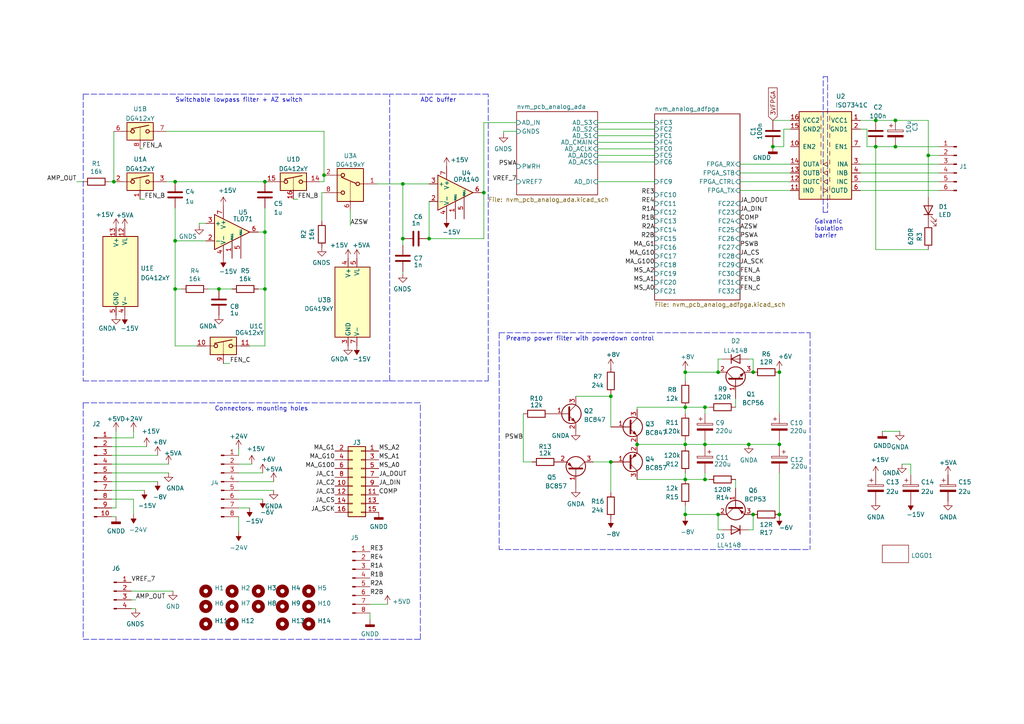
<source format=kicad_sch>
(kicad_sch (version 20211123) (generator eeschema)
  (paper "A4")
  (title_block (title "Nanovoltmeter - HOMER") (date "2022-05-14") (rev "2"))
  (junction (at 226.06 149.225))
  (junction (at 63.5 83.82))
  (junction (at 50.8 69.85))
  (junction (at 224.155 42.545))
  (junction (at 198.755 128.905))
  (junction (at 50.8 52.705))
  (junction (at 184.785 128.905))
  (junction (at 50.8 83.82))
  (junction (at 76.835 83.82))
  (junction (at 177.165 133.985))
  (junction (at 218.44 149.225))
  (junction (at 76.835 67.31))
  (junction (at 33.02 52.705))
  (junction (at 198.755 107.95))
  (junction (at 269.24 45.085))
  (junction (at 226.06 107.95))
  (junction (at 124.46 69.215))
  (junction (at 140.335 55.88))
  (junction (at 177.165 114.935))
  (junction (at 198.755 139.065))
  (junction (at 217.17 128.905))
  (junction (at 204.47 139.065))
  (junction (at 208.28 107.95))
  (junction (at 116.84 53.34))
  (junction (at 93.98 50.8))
  (junction (at 76.835 52.705))
  (junction (at 218.44 107.95))
  (junction (at 116.84 69.215))
  (junction (at 259.715 34.925))
  (junction (at 254 34.925))
  (junction (at 254 42.545))
  (junction (at 208.28 149.225))
  (junction (at 204.47 118.11))
  (junction (at 198.755 118.11))
  (junction (at 259.715 42.545))
  (junction (at 198.755 149.225))
  (junction (at 204.47 128.905))
  (junction (at 226.06 128.905))
  (wire (pts (xy 59.69 69.85) (xy 50.8 69.85)))
  (wire (pts (xy 76.835 100.33) (xy 72.39 100.33)))
  (wire (pts (xy 214.63 52.705) (xy 229.235 52.705)))
  (wire (pts (xy 33.02 38.1) (xy 33.02 52.705)))
  (wire (pts (xy 269.24 34.925) (xy 269.24 45.085)))
  (wire (pts (xy 198.755 107.315) (xy 198.755 107.95)))
  (wire (pts (xy 38.735 125.095) (xy 38.735 127)))
  (polyline (pts (xy 113.03 110.49) (xy 141.605 110.49)))
  (wire (pts (xy 198.755 107.95) (xy 198.755 110.49)))
  (wire (pts (xy 227.33 37.465) (xy 229.235 37.465)))
  (wire (pts (xy 198.755 128.905) (xy 204.47 128.905)))
  (wire (pts (xy 184.785 128.905) (xy 198.755 128.905)))
  (wire (pts (xy 227.33 42.545) (xy 227.33 37.465)))
  (wire (pts (xy 173.355 41.275) (xy 189.865 41.275)))
  (polyline (pts (xy 230.505 159.385) (xy 144.78 159.385)))
  (wire (pts (xy 214.63 50.165) (xy 229.235 50.165)))
  (wire (pts (xy 198.755 128.905) (xy 198.755 129.54)))
  (wire (pts (xy 93.345 55.88) (xy 93.98 55.88)))
  (wire (pts (xy 204.47 128.905) (xy 217.17 128.905)))
  (wire (pts (xy 48.26 52.705) (xy 50.8 52.705)))
  (wire (pts (xy 140.335 69.215) (xy 140.335 55.88)))
  (wire (pts (xy 226.06 149.225) (xy 226.06 149.86)))
  (wire (pts (xy 184.785 118.11) (xy 184.785 118.745)))
  (wire (pts (xy 109.22 53.34) (xy 116.84 53.34)))
  (wire (pts (xy 38.735 144.78) (xy 38.735 149.225)))
  (wire (pts (xy 204.47 118.11) (xy 205.74 118.11)))
  (wire (pts (xy 32.385 149.86) (xy 33.655 149.86)))
  (wire (pts (xy 251.46 37.465) (xy 251.46 42.545)))
  (wire (pts (xy 32.385 129.54) (xy 42.545 129.54)))
  (wire (pts (xy 208.28 153.67) (xy 208.28 149.225)))
  (wire (pts (xy 76.835 67.31) (xy 76.835 60.325)))
  (wire (pts (xy 33.655 147.32) (xy 33.655 125.095)))
  (wire (pts (xy 124.46 58.42) (xy 124.46 69.215)))
  (wire (pts (xy 76.835 52.705) (xy 77.47 52.705)))
  (wire (pts (xy 173.355 37.465) (xy 189.865 37.465)))
  (wire (pts (xy 39.37 173.99) (xy 38.1 173.99)))
  (wire (pts (xy 208.28 104.14) (xy 208.28 107.95)))
  (wire (pts (xy 172.085 133.985) (xy 177.165 133.985)))
  (polyline (pts (xy 240.03 22.225) (xy 240.03 61.595)))
  (wire (pts (xy 177.165 114.3) (xy 177.165 114.935)))
  (wire (pts (xy 173.355 39.37) (xy 189.865 39.37)))
  (wire (pts (xy 124.46 69.215) (xy 140.335 69.215)))
  (wire (pts (xy 64.77 105.41) (xy 66.675 105.41)))
  (wire (pts (xy 50.8 83.82) (xy 52.705 83.82)))
  (wire (pts (xy 22.225 52.705) (xy 24.13 52.705)))
  (wire (pts (xy 173.355 43.18) (xy 189.865 43.18)))
  (wire (pts (xy 198.755 149.225) (xy 198.755 146.685)))
  (wire (pts (xy 269.24 72.39) (xy 254 72.39)))
  (wire (pts (xy 198.755 127.635) (xy 198.755 128.905)))
  (wire (pts (xy 173.355 52.705) (xy 189.865 52.705)))
  (polyline (pts (xy 144.78 96.52) (xy 234.95 96.52)))
  (wire (pts (xy 204.47 139.065) (xy 205.74 139.065)))
  (wire (pts (xy 249.555 50.165) (xy 272.415 50.165)))
  (wire (pts (xy 72.39 147.32) (xy 69.215 147.32)))
  (polyline (pts (xy 141.605 110.49) (xy 141.605 27.305)))
  (wire (pts (xy 198.755 139.065) (xy 198.755 137.16)))
  (wire (pts (xy 39.37 176.53) (xy 38.1 176.53)))
  (wire (pts (xy 76.835 83.82) (xy 76.835 100.33)))
  (wire (pts (xy 32.385 132.08) (xy 45.72 132.08)))
  (wire (pts (xy 264.16 134.62) (xy 264.16 137.795)))
  (wire (pts (xy 204.47 118.11) (xy 204.47 120.015)))
  (wire (pts (xy 213.36 141.605) (xy 213.36 139.065)))
  (polyline (pts (xy 24.13 27.305) (xy 113.03 27.305)))
  (wire (pts (xy 198.755 118.11) (xy 198.755 120.015)))
  (wire (pts (xy 249.555 52.705) (xy 272.415 52.705)))
  (wire (pts (xy 254 72.39) (xy 254 42.545)))
  (wire (pts (xy 209.55 153.67) (xy 208.28 153.67)))
  (wire (pts (xy 116.84 79.375) (xy 116.84 78.74)))
  (wire (pts (xy 60.325 83.82) (xy 63.5 83.82)))
  (wire (pts (xy 249.555 55.245) (xy 272.415 55.245)))
  (wire (pts (xy 149.86 38.1) (xy 146.05 38.1)))
  (wire (pts (xy 48.26 38.1) (xy 93.98 38.1)))
  (polyline (pts (xy 24.13 27.305) (xy 24.13 110.49)))
  (wire (pts (xy 32.385 142.24) (xy 41.91 142.24)))
  (wire (pts (xy 204.47 128.905) (xy 204.47 129.54)))
  (wire (pts (xy 269.24 45.085) (xy 272.415 45.085)))
  (wire (pts (xy 173.355 45.085) (xy 189.865 45.085)))
  (wire (pts (xy 107.315 177.8) (xy 107.315 179.705)))
  (polyline (pts (xy 24.13 185.42) (xy 121.92 185.42)))
  (wire (pts (xy 261.62 134.62) (xy 264.16 134.62)))
  (wire (pts (xy 79.375 142.24) (xy 69.215 142.24)))
  (wire (pts (xy 208.28 107.95) (xy 198.755 107.95)))
  (wire (pts (xy 249.555 47.625) (xy 272.415 47.625)))
  (wire (pts (xy 214.63 55.245) (xy 229.235 55.245)))
  (wire (pts (xy 50.8 69.85) (xy 50.8 60.325)))
  (wire (pts (xy 57.15 100.33) (xy 50.8 100.33)))
  (wire (pts (xy 214.63 47.625) (xy 229.235 47.625)))
  (wire (pts (xy 107.315 175.26) (xy 112.395 175.26)))
  (wire (pts (xy 40.64 43.18) (xy 41.275 43.18)))
  (wire (pts (xy 63.5 83.82) (xy 67.31 83.82)))
  (wire (pts (xy 217.17 128.905) (xy 226.06 128.905)))
  (wire (pts (xy 204.47 127.635) (xy 204.47 128.905)))
  (wire (pts (xy 73.025 134.62) (xy 69.215 134.62)))
  (wire (pts (xy 218.44 104.14) (xy 217.17 104.14)))
  (wire (pts (xy 218.44 153.67) (xy 218.44 149.225)))
  (wire (pts (xy 217.17 153.67) (xy 218.44 153.67)))
  (wire (pts (xy 151.765 133.985) (xy 151.765 120.015)))
  (wire (pts (xy 74.93 83.82) (xy 76.835 83.82)))
  (polyline (pts (xy 144.78 96.52) (xy 144.78 159.385)))
  (wire (pts (xy 32.385 127) (xy 38.735 127)))
  (wire (pts (xy 69.215 149.86) (xy 69.215 154.305)))
  (wire (pts (xy 92.71 52.705) (xy 93.98 52.705)))
  (wire (pts (xy 32.385 144.78) (xy 38.735 144.78)))
  (wire (pts (xy 173.355 46.99) (xy 189.865 46.99)))
  (wire (pts (xy 69.215 130.175) (xy 69.215 132.08)))
  (wire (pts (xy 32.385 147.32) (xy 33.655 147.32)))
  (wire (pts (xy 146.05 38.1) (xy 146.05 38.735)))
  (wire (pts (xy 213.36 115.57) (xy 213.36 118.11)))
  (wire (pts (xy 154.305 133.985) (xy 151.765 133.985)))
  (wire (pts (xy 204.47 139.065) (xy 204.47 137.16)))
  (wire (pts (xy 177.165 114.935) (xy 177.165 123.825)))
  (wire (pts (xy 255.905 125.095) (xy 260.985 125.095)))
  (wire (pts (xy 57.785 64.77) (xy 57.785 65.405)))
  (wire (pts (xy 198.755 118.11) (xy 184.785 118.11)))
  (wire (pts (xy 218.44 107.95) (xy 218.44 104.14)))
  (wire (pts (xy 32.385 139.7) (xy 45.72 139.7)))
  (wire (pts (xy 249.555 37.465) (xy 251.46 37.465)))
  (wire (pts (xy 226.06 127.635) (xy 226.06 128.905)))
  (wire (pts (xy 76.2 137.16) (xy 69.215 137.16)))
  (wire (pts (xy 74.93 67.31) (xy 76.835 67.31)))
  (polyline (pts (xy 24.13 110.49) (xy 113.03 110.49)))
  (wire (pts (xy 173.355 35.56) (xy 189.865 35.56)))
  (wire (pts (xy 59.69 64.77) (xy 57.785 64.77)))
  (wire (pts (xy 249.555 34.925) (xy 254 34.925)))
  (wire (pts (xy 50.165 171.45) (xy 38.1 171.45)))
  (wire (pts (xy 140.335 55.88) (xy 139.7 55.88)))
  (wire (pts (xy 93.98 38.1) (xy 93.98 50.8)))
  (wire (pts (xy 116.84 53.34) (xy 124.46 53.34)))
  (wire (pts (xy 93.345 64.135) (xy 93.345 55.88)))
  (wire (pts (xy 208.28 149.225) (xy 198.755 149.225)))
  (wire (pts (xy 31.75 52.705) (xy 33.02 52.705)))
  (wire (pts (xy 184.785 139.065) (xy 198.755 139.065)))
  (wire (pts (xy 50.8 100.33) (xy 50.8 83.82)))
  (wire (pts (xy 209.55 104.14) (xy 208.28 104.14)))
  (wire (pts (xy 226.06 107.315) (xy 226.06 107.95)))
  (polyline (pts (xy 230.505 159.385) (xy 234.95 159.385)))
  (polyline (pts (xy 24.13 116.84) (xy 121.92 116.84)))
  (wire (pts (xy 226.06 107.95) (xy 226.06 120.015)))
  (wire (pts (xy 198.755 139.065) (xy 204.47 139.065)))
  (polyline (pts (xy 141.605 27.305) (xy 113.03 27.305)))
  (wire (pts (xy 50.8 83.82) (xy 50.8 69.85)))
  (wire (pts (xy 198.755 149.86) (xy 198.755 149.225)))
  (polyline (pts (xy 238.76 61.595) (xy 238.76 22.225)))
  (polyline (pts (xy 238.76 22.225) (xy 240.03 22.225)))
  (wire (pts (xy 224.155 34.925) (xy 229.235 34.925)))
  (wire (pts (xy 32.385 134.62) (xy 48.895 134.62)))
  (polyline (pts (xy 234.95 96.52) (xy 234.95 159.385)))
  (polyline (pts (xy 113.03 110.49) (xy 113.03 27.305)))
  (wire (pts (xy 79.375 139.7) (xy 69.215 139.7)))
  (wire (pts (xy 32.385 137.16) (xy 48.895 137.16)))
  (wire (pts (xy 224.155 42.545) (xy 227.33 42.545)))
  (wire (pts (xy 198.755 118.11) (xy 204.47 118.11)))
  (wire (pts (xy 254 34.925) (xy 259.715 34.925)))
  (wire (pts (xy 76.2 144.78) (xy 69.215 144.78)))
  (wire (pts (xy 167.005 114.935) (xy 177.165 114.935)))
  (wire (pts (xy 101.6 60.96) (xy 101.6 65.405)))
  (wire (pts (xy 251.46 42.545) (xy 254 42.545)))
  (wire (pts (xy 269.24 57.15) (xy 269.24 45.085)))
  (wire (pts (xy 226.06 149.225) (xy 226.06 137.16)))
  (wire (pts (xy 85.09 57.785) (xy 86.36 57.785)))
  (wire (pts (xy 116.84 69.215) (xy 116.84 71.12)))
  (polyline (pts (xy 24.13 116.84) (xy 24.13 185.42)))
  (polyline (pts (xy 121.92 185.42) (xy 121.92 116.84)))
  (wire (pts (xy 50.8 52.705) (xy 76.835 52.705)))
  (wire (pts (xy 40.64 57.785) (xy 41.91 57.785)))
  (wire (pts (xy 226.06 128.905) (xy 226.06 129.54)))
  (wire (pts (xy 116.84 53.34) (xy 116.84 69.215)))
  (wire (pts (xy 259.715 34.925) (xy 269.24 34.925)))
  (wire (pts (xy 254 42.545) (xy 259.715 42.545)))
  (wire (pts (xy 259.715 42.545) (xy 272.415 42.545)))
  (polyline (pts (xy 240.03 61.595) (xy 238.76 61.595)))
  (wire (pts (xy 93.98 50.8) (xy 93.98 52.705)))
  (wire (pts (xy 140.335 35.56) (xy 140.335 55.88)))
  (wire (pts (xy 177.165 142.875) (xy 177.165 133.985)))
  (wire (pts (xy 76.835 67.31) (xy 76.835 83.82)))
  (wire (pts (xy 140.335 35.56) (xy 149.86 35.56)))
  (text "Galvanic \nisolation\nbarrier" (at 236.22 69.215 0) (effects (font (size 1.27 1.27)) (justify left bottom)))
  (text "Preamp power filter with powerdown control" (at 146.685 99.06 0) (effects (font (size 1.27 1.27)) (justify left bottom)))
  (text "Switchable lowpass filter + AZ switch" (at 50.8 29.845 0) (effects (font (size 1.27 1.27)) (justify left bottom)))
  (text "Connectors, mounting holes" (at 62.23 119.38 0) (effects (font (size 1.27 1.27)) (justify left bottom)))
  (text "ADC buffer" (at 121.92 29.845 0) (effects (font (size 1.27 1.27)) (justify left bottom)))
  (label "R1A" (at 189.865 61.595 180))
  (label "R2A" (at 107.315 170.18 0))
  (label "MS_A2" (at 189.865 79.375 180))
  (label "FEN_B" (at 41.91 57.785 0))
  (label "R2B" (at 189.865 69.215 180))
  (label "FEN_A" (at 41.275 43.18 0))
  (label "JA_SCK" (at 97.155 148.59 180))
  (label "MS_A2" (at 109.855 130.81 0))
  (label "MA_G1" (at 189.865 71.755 180))
  (label "PSWA" (at 149.86 48.26 180))
  (label "RE3" (at 189.865 56.515 180))
  (label "FEN_C" (at 66.675 105.41 0))
  (label "JA_DIN" (at 109.855 140.97 0))
  (label "MS_A0" (at 109.855 135.89 0))
  (label "PSWB" (at 151.765 127.635 180))
  (label "R2A" (at 189.865 66.675 180))
  (label "FEN_B" (at 86.36 57.785 0))
  (label "PSWB" (at 214.63 71.755 0))
  (label "JA_DOUT" (at 214.63 59.055 0))
  (label "R1A" (at 107.315 165.1 0))
  (label "FEN_A" (at 214.63 79.375 0))
  (label "RE4" (at 189.865 59.055 180))
  (label "VREF_7" (at 38.1 168.91 0))
  (label "MS_A1" (at 189.865 81.915 180))
  (label "MA_G100" (at 189.865 76.835 180))
  (label "MS_A1" (at 109.855 133.35 0))
  (label "JA_C3" (at 97.155 143.51 180))
  (label "R2B" (at 107.315 172.72 0))
  (label "FEN_C" (at 214.63 84.455 0))
  (label "COMP" (at 214.63 64.135 0))
  (label "MA_G100" (at 97.155 135.89 180))
  (label "JA_CS" (at 214.63 74.295 0))
  (label "JA_DIN" (at 214.63 61.595 0))
  (label "AMP_OUT" (at 22.225 52.705 180))
  (label "COMP" (at 109.855 143.51 0))
  (label "JA_SCK" (at 214.63 76.835 0))
  (label "R1B" (at 107.315 167.64 0))
  (label "MA_G10" (at 189.865 74.295 180))
  (label "MA_G1" (at 97.155 130.81 180))
  (label "JA_DOUT" (at 109.855 138.43 0))
  (label "JA_C2" (at 97.155 140.97 180))
  (label "VREF_7" (at 149.86 52.705 180))
  (label "R1B" (at 189.865 64.135 180))
  (label "RE3" (at 107.315 160.02 0))
  (label "AZSW" (at 214.63 66.675 0))
  (label "RE4" (at 107.315 162.56 0))
  (label "JA_CS" (at 97.155 146.05 180))
  (label "AMP_OUT" (at 39.37 173.99 0))
  (label "AZSW" (at 101.6 65.405 0))
  (label "JA_C1" (at 97.155 138.43 180))
  (label "FEN_B" (at 214.63 81.915 0))
  (label "MA_G10" (at 97.155 133.35 180))
  (label "PSWA" (at 214.63 69.215 0))
  (label "MS_A0" (at 189.865 84.455 180))
  (global_label "3VFPGA" (shape input) (at 224.155 34.925 90) (property "Intersheet References" "${INTERSHEET_REFS}" (effects hide)))
  (symbol (lib_id "Isolator:ISO7341C") (at 239.395 45.085 0) (mirror y) (unit 1)
    (property "Reference" "U2" (at 243.84 27.94 0))
    (property "Value" "ISO7341C" (at 247.015 30.48 0))
    (property "Footprint" "Package_SO:SOIC-16W_7.5x10.3mm_P1.27mm" (effects hide))
    (property "Datasheet" "http://www.ti.com/general/docs/lit/getliterature.tsp?genericPartNumber=iso7341c&fileType=pdf" (effects hide))
    (property "PN" "ISO7341CDWR" (effects hide))
    (property "supplier" "MOUSER" (effects hide))
  )
  (symbol (lib_id "Device:C") (at 224.155 38.735 0) (unit 1)
    (property "Reference" "C1" (at 218.44 38.1 90))
    (property "Value" "100n" (at 220.345 38.1 90))
    (property "Footprint" "Capacitor_SMD:C_0805_2012Metric_Pad1.18x1.45mm_HandSolder" (effects hide))
    (property "PN" "CL21B104KBCNNNC" (effects hide))
    (property "supplier" "TME" (effects hide))
  )
  (symbol (lib_id "Device:C") (at 254 38.735 0) (unit 1)
    (property "Reference" "C2" (at 254.635 31.115 0))
    (property "Value" "100n" (at 254.635 33.655 0))
    (property "Footprint" "Capacitor_SMD:C_0805_2012Metric_Pad1.18x1.45mm_HandSolder" (effects hide))
    (property "PN" "CL21B104KBCNNNC" (effects hide))
    (property "supplier" "TME" (effects hide))
  )
  (symbol (lib_id "Connector:Conn_01x06_Male") (at 277.495 47.625 0) (mirror y) (unit 1)
    (property "Reference" "J1" (at 278.2062 48.2854 0) (effects (justify right)))
    (property "Value" "Conn_01x06_Male" (effects hide))
    (property "Footprint" "Connector_Molex:Molex_KK-254_AE-6410-06A_1x06_P2.54mm_Vertical" (effects hide))
    (property "PN" "NS25-W6P" (effects hide))
    (property "supplier" "TME" (effects hide))
  )
  (symbol (lib_id "power:+6V") (at 76.2 137.16 0) (mirror y) (unit 1)
    (property "Reference" "#PWR041" (effects hide))
    (property "Value" "+6V" (at 77.851 133.223 0))
  )
  (symbol (lib_id "power:-6V") (at 76.2 144.78 0) (mirror x) (unit 1)
    (property "Reference" "#PWR046" (effects hide))
    (property "Value" "-6V" (at 77.47 148.59 0))
  )
  (symbol (lib_id "power:-24V") (at 69.215 154.305 0) (mirror x) (unit 1)
    (property "Reference" "#PWR054" (effects hide))
    (property "Value" "-24V" (at 69.215 158.8675 0))
  )
  (symbol (lib_id "power:+15V") (at 64.77 59.69 0) (mirror y) (unit 1)
    (property "Reference" "#PWR04" (effects hide))
    (property "Value" "+15V" (at 68.58 55.245 0) (effects (justify left)))
  )
  (symbol (lib_id "power:-8V") (at 198.755 149.86 180) (unit 1)
    (property "Reference" "#PWR047" (effects hide))
    (property "Value" "-8V" (at 199.39 154.305 0))
  )
  (symbol (lib_id "power:GNDD") (at 33.655 149.86 0) (unit 1)
    (property "Reference" "#PWR053" (effects hide))
    (property "Value" "GNDD" (at 33.655 154.0415 0))
  )
  (symbol (lib_id "power:+15V") (at 42.545 129.54 0) (mirror y) (unit 1)
    (property "Reference" "#PWR031" (effects hide))
    (property "Value" "+15V" (at 46.355 125.095 0) (effects (justify left)))
  )
  (symbol (lib_id "power:+15V") (at 73.025 134.62 0) (mirror y) (unit 1)
    (property "Reference" "#PWR035" (effects hide))
    (property "Value" "+15V" (at 76.835 130.175 0) (effects (justify left)))
  )
  (symbol (lib_id "power:+8V") (at 177.165 106.68 0) (unit 1)
    (property "Reference" "#PWR019" (effects hide))
    (property "Value" "+8V" (at 177.8 102.87 0))
  )
  (symbol (lib_id "Device:R") (at 209.55 139.065 270) (mirror x) (unit 1)
    (property "Reference" "R14" (at 209.55 144.3228 90))
    (property "Value" "120R" (at 209.55 142.0114 90))
    (property "Footprint" "Resistor_SMD:R_MiniMELF_MMA-0204" (effects hide))
    (property "PN" "MMA02040C1200" (effects hide))
    (property "supplier" "TME" (effects hide))
  )
  (symbol (lib_id "Device:C") (at 50.8 56.515 0) (unit 1)
    (property "Reference" "C4" (at 53.721 55.6065 0) (effects (justify left)))
    (property "Value" "1u" (at 53.721 58.3816 0) (effects (justify left)))
    (property "Footprint" "Capacitor_THT:C_Rect_L7.0mm_W4.5mm_P5.00mm" (effects hide))
    (property "PN" "MKS2-1U/50" (effects hide))
    (property "supplier" "TME" (effects hide))
  )
  (symbol (lib_id "power:GNDS") (at 93.345 71.755 0) (unit 1)
    (property "Reference" "#PWR09" (effects hide))
    (property "Value" "GNDS" (at 95.885 76.2 0) (effects (justify right)))
  )
  (symbol (lib_id "Mechanical:MountingHole") (at 59.69 180.975 0) (unit 1)
    (property "Reference" "H11" (at 62.23 180.0665 0) (effects (justify left)))
    (property "Value" "MountingHole" (effects hide))
    (property "Footprint" "MountingHole:MountingHole_2.7mm_Pad" (effects hide))
    (property "comment" "DNP" (effects hide))
  )
  (symbol (lib_id "Device:R") (at 155.575 120.015 270) (unit 1)
    (property "Reference" "R10" (at 155.575 115.57 90))
    (property "Value" "12k" (at 155.575 117.475 90))
    (property "Footprint" "Resistor_SMD:R_MiniMELF_MMA-0204" (effects hide))
    (property "PN" "MMA02040C1202" (effects hide))
    (property "supplier" "TME" (effects hide))
  )
  (symbol (lib_id "Device:R") (at 222.25 107.95 270) (unit 1)
    (property "Reference" "R6" (at 222.25 102.6922 90))
    (property "Value" "12R" (at 222.25 105.0036 90))
    (property "Footprint" "Resistor_SMD:R_MiniMELF_MMA-0204" (effects hide))
    (property "PN" "SMDMM0204-12R" (effects hide))
    (property "supplier" "TME" (effects hide))
  )
  (symbol (lib_id "Device:R") (at 209.55 118.11 270) (unit 1)
    (property "Reference" "R9" (at 209.55 112.8522 90))
    (property "Value" "120R" (at 209.55 115.1636 90))
    (property "Footprint" "Resistor_SMD:R_MiniMELF_MMA-0204" (effects hide))
    (property "PN" "MMA02040C1200" (effects hide))
    (property "supplier" "TME" (effects hide))
  )
  (symbol (lib_id "Mechanical:MountingHole") (at 89.535 175.895 0) (unit 1)
    (property "Reference" "H10" (at 92.075 174.9865 0) (effects (justify left)))
    (property "Value" "MountingHole" (effects hide))
    (property "Footprint" "MountingHole:MountingHole_3.2mm_M3" (effects hide))
    (property "comment" "DNP" (effects hide))
  )
  (symbol (lib_id "Transistor_BJT:BC857") (at 182.245 133.985 0) (mirror x) (unit 1)
    (property "Reference" "Q4" (at 187.0964 133.1503 0) (effects (justify left)))
    (property "Value" "BC857" (at 187.0964 135.6872 0) (effects (justify left)))
    (property "Footprint" "Package_TO_SOT_SMD:SOT-23" (effects hide))
    (property "Datasheet" "https://www.onsemi.com/pub/Collateral/BC860-D.pdf" (effects hide))
    (property "PN" "BC857.215" (effects hide))
    (property "supplier" "TME" (effects hide))
  )
  (symbol (lib_id "j_lib:logo_generic") (at 259.715 160.655 0) (unit 1)
    (property "Reference" "LOGO1" (at 264.2362 161.134 0) (effects (justify left)))
    (property "Value" "logo_generic" (effects hide))
    (property "Footprint" "j_lib:logo_rpg7x9" (effects hide))
    (property "comment" "DNP" (effects hide))
  )
  (symbol (lib_id "Mechanical:MountingHole") (at 81.915 180.975 0) (unit 1)
    (property "Reference" "H13" (at 84.455 180.0665 0) (effects (justify left)))
    (property "Value" "MountingHole" (effects hide))
    (property "Footprint" "MountingHole:MountingHole_3.2mm_M3" (effects hide))
    (property "comment" "DNP" (effects hide))
  )
  (symbol (lib_id "Mechanical:MountingHole") (at 89.535 180.975 0) (unit 1)
    (property "Reference" "H14" (at 92.075 180.0665 0) (effects (justify left)))
    (property "Value" "MountingHole" (effects hide))
    (property "Footprint" "MountingHole:MountingHole_3.2mm_M3" (effects hide))
    (property "comment" "DNP" (effects hide))
  )
  (symbol (lib_id "power:GNDS") (at 146.05 38.735 0) (unit 1)
    (property "Reference" "#PWR01" (effects hide))
    (property "Value" "GNDS" (at 148.59 43.18 0) (effects (justify right)))
  )
  (symbol (lib_id "Mechanical:MountingHole") (at 59.69 175.895 0) (unit 1)
    (property "Reference" "H6" (at 62.23 174.9865 0) (effects (justify left)))
    (property "Value" "MountingHole" (effects hide))
    (property "Footprint" "MountingHole:MountingHole_3.2mm_M3" (effects hide))
    (property "comment" "DNP" (effects hide))
  )
  (symbol (lib_id "Device:R") (at 56.515 83.82 270) (unit 1)
    (property "Reference" "R4" (at 56.515 78.5622 90))
    (property "Value" "16k" (at 56.515 80.8736 90))
    (property "Footprint" "Resistor_SMD:R_MiniMELF_MMA-0204" (effects hide))
    (property "PN" "CSRV0204FTDG1602" (effects hide))
    (property "supplier" "TME" (effects hide))
  )
  (symbol (lib_id "Analog_Switch:DG412xY") (at 40.64 52.705 0) (unit 1)
    (property "Reference" "U1" (at 40.64 46.1985 0))
    (property "Value" "DG412xY" (at 40.64 48.9736 0))
    (property "Footprint" "Package_SO:SOIC-16_3.9x9.9mm_P1.27mm" (effects hide))
    (property "Datasheet" "https://datasheets.maximintegrated.com/en/ds/DG411-DG413.pdf" (effects hide))
    (property "PN" "DG412DYZ" (effects hide))
    (property "supplier" "TME" (effects hide))
  )
  (symbol (lib_id "power:GNDD") (at 255.905 125.095 0) (unit 1)
    (property "Reference" "#PWR022" (effects hide))
    (property "Value" "GNDD" (at 255.905 129.2765 0))
  )
  (symbol (lib_id "Analog_Switch:DG412xY") (at 85.09 52.705 0) (unit 4)
    (property "Reference" "U1" (at 85.09 46.1985 0))
    (property "Value" "DG412xY" (at 85.09 48.9736 0))
    (property "Footprint" "Package_SO:SOIC-16_3.9x9.9mm_P1.27mm" (effects hide))
    (property "Datasheet" "https://datasheets.maximintegrated.com/en/ds/DG411-DG413.pdf" (effects hide))
    (property "PN" "DG412DYZ" (effects hide))
    (property "supplier" "TME" (effects hide))
  )
  (symbol (lib_id "power:GNDA") (at 63.5 91.44 0) (unit 1)
    (property "Reference" "#PWR016" (effects hide))
    (property "Value" "GNDA" (at 60.325 94.615 0))
  )
  (symbol (lib_id "Mechanical:MountingHole") (at 67.31 175.895 0) (unit 1)
    (property "Reference" "H7" (at 69.85 174.9865 0) (effects (justify left)))
    (property "Value" "MountingHole" (effects hide))
    (property "Footprint" "MountingHole:MountingHole_3.2mm_M3" (effects hide))
    (property "comment" "DNP" (effects hide))
  )
  (symbol (lib_id "Device:R") (at 198.755 114.3 0) (unit 1)
    (property "Reference" "R8" (at 194.945 113.03 0))
    (property "Value" "12k" (at 194.945 115.57 0))
    (property "Footprint" "Resistor_SMD:R_MiniMELF_MMA-0204" (effects hide))
    (property "PN" "MMA02040C1202" (effects hide))
    (property "supplier" "TME" (effects hide))
  )
  (symbol (lib_id "power:GNDA") (at 254 145.415 0) (unit 1)
    (property "Reference" "#PWR036" (effects hide))
    (property "Value" "GNDA" (at 254 149.9775 0))
    (property "Footprint" "Capacitor_Tantalum_SMD:CP_EIA-6032-28_Kemet-C_Pad2.25x2.35mm_HandSolder" (effects hide))
  )
  (symbol (lib_id "power:-24V") (at 38.735 149.225 0) (mirror x) (unit 1)
    (property "Reference" "#PWR052" (effects hide))
    (property "Value" "-24V" (at 40.005 153.67 0))
  )
  (symbol (lib_id "Device:R") (at 198.755 133.35 0) (mirror x) (unit 1)
    (property "Reference" "R12" (at 194.945 134.62 0))
    (property "Value" "120k" (at 194.945 132.08 0))
    (property "Footprint" "Resistor_SMD:R_MiniMELF_MMA-0204" (effects hide))
    (property "PN" "MMA02040C1203" (effects hide))
    (property "supplier" "TME" (effects hide))
  )
  (symbol (lib_id "Analog_Switch:DG419xY") (at 100.965 87.63 0) (unit 2)
    (property "Reference" "U3" (at 92.075 86.995 0) (effects (justify left)))
    (property "Value" "DG419xY" (at 88.265 89.535 0) (effects (justify left)))
    (property "Footprint" "Package_SO:SOIC-8_3.9x4.9mm_P1.27mm" (effects hide))
    (property "Datasheet" "https://datasheets.maximintegrated.com/en/ds/DG417-DG419.pdf" (effects hide))
    (property "PN" "DG419DY-E3" (effects hide))
    (property "supplier" "MOUSER" (effects hide))
  )
  (symbol (lib_id "power:-15V") (at 64.77 74.93 0) (mirror x) (unit 1)
    (property "Reference" "#PWR010" (effects hide))
    (property "Value" "-15V" (at 63.5 78.74 0) (effects (justify left)))
  )
  (symbol (lib_id "power:GNDA") (at 167.005 141.605 0) (unit 1)
    (property "Reference" "#PWR039" (effects hide))
    (property "Value" "GNDA" (at 167.005 146.1675 0))
  )
  (symbol (lib_id "power:GNDA") (at 260.985 125.095 0) (unit 1)
    (property "Reference" "#PWR023" (effects hide))
    (property "Value" "GNDA" (at 260.985 129.6575 0))
  )
  (symbol (lib_id "Device:C_Polarized") (at 254 141.605 0) (unit 1)
    (property "Reference" "C13" (at 256.921 139.8075 0) (effects (justify left)))
    (property "Value" "22u" (at 256.921 142.5826 0) (effects (justify left)))
    (property "Footprint" "Capacitor_Tantalum_SMD:CP_EIA-6032-28_Kemet-C_Pad2.25x2.35mm_HandSolder" (effects hide))
    (property "PN" "T491C226K025AT" (effects hide))
    (property "supplier" "TME" (effects hide))
  )
  (symbol (lib_id "power:GNDA") (at 274.955 145.415 0) (unit 1)
    (property "Reference" "#PWR038" (effects hide))
    (property "Value" "GNDA" (at 274.955 149.9775 0))
    (property "Footprint" "Capacitor_Tantalum_SMD:CP_EIA-6032-28_Kemet-C_Pad2.25x2.35mm_HandSolder" (effects hide))
  )
  (symbol (lib_id "power:GNDS") (at 39.37 176.53 0) (unit 1)
    (property "Reference" "#PWR057" (effects hide))
    (property "Value" "GNDS" (at 41.91 180.975 0) (effects (justify right)))
  )
  (symbol (lib_id "power:+5VA") (at 36.195 66.04 0) (unit 1)
    (property "Reference" "#PWR08" (effects hide))
    (property "Value" "+5VA" (at 36.195 62.4355 0))
  )
  (symbol (lib_id "power:+5VD") (at 112.395 175.26 0) (unit 1)
    (property "Reference" "#PWR056" (effects hide))
    (property "Value" "+5VD" (at 113.792 174.469 0) (effects (justify left)))
  )
  (symbol (lib_id "Analog_Switch:DG412xY") (at 40.64 38.1 0) (unit 2)
    (property "Reference" "U1" (at 40.64 31.5935 0))
    (property "Value" "DG412xY" (at 40.64 34.3686 0))
    (property "Footprint" "Package_SO:SOIC-16_3.9x9.9mm_P1.27mm" (effects hide))
    (property "Datasheet" "https://datasheets.maximintegrated.com/en/ds/DG411-DG413.pdf" (effects hide))
    (property "PN" "DG412DYZ" (effects hide))
    (property "supplier" "TME" (effects hide))
  )
  (symbol (lib_id "Device:CP") (at 259.715 38.735 0) (unit 1)
    (property "Reference" "C3" (at 265.43 36.83 90))
    (property "Value" "10u" (at 263.525 36.83 90))
    (property "Footprint" "Capacitor_Tantalum_SMD:CP_EIA-3528-21_Kemet-B" (effects hide))
    (property "PN" "T491B106K025AT" (effects hide))
    (property "supplier" "TME" (effects hide))
  )
  (symbol (lib_id "Transistor_BJT:BC847") (at 182.245 123.825 0) (unit 1)
    (property "Reference" "Q3" (at 187.0964 122.9903 0) (effects (justify left)))
    (property "Value" "BC847" (at 187.0964 125.5272 0) (effects (justify left)))
    (property "Footprint" "Package_TO_SOT_SMD:SOT-23" (effects hide))
    (property "Datasheet" "http://www.infineon.com/dgdl/Infineon-BC847SERIES_BC848SERIES_BC849SERIES_BC850SERIES-DS-v01_01-en.pdf?fileId=db3a304314dca389011541d4630a1657" (effects hide))
    (property "PN" "BC847.215" (effects hide))
    (property "supplier" "TME" (effects hide))
  )
  (symbol (lib_id "Diode:LL4148") (at 213.36 104.14 0) (unit 1)
    (property "Reference" "D2" (at 213.36 98.9035 0))
    (property "Value" "LL4148" (at 213.36 101.6786 0))
    (property "Footprint" "Diode_SMD:D_MiniMELF" (effects hide))
    (property "Datasheet" "http://www.vishay.com/docs/85557/ll4148.pdf" (effects hide))
    (property "PN" "LL4148-GS18" (effects hide))
    (property "supplier" "TME" (effects hide))
  )
  (symbol (lib_id "Mechanical:MountingHole") (at 89.535 171.45 0) (unit 1)
    (property "Reference" "H5" (at 92.075 170.5415 0) (effects (justify left)))
    (property "Value" "MountingHole" (effects hide))
    (property "Footprint" "MountingHole:MountingHole_3.2mm_M3" (effects hide))
    (property "comment" "DNP" (effects hide))
  )
  (symbol (lib_id "Connector:Conn_01x08_Male") (at 64.135 139.7 0) (unit 1)
    (property "Reference" "J4" (at 63.4238 140.0615 0) (effects (justify right)))
    (property "Value" "Conn_01x08_Male" (effects hide))
    (property "Footprint" "Connector_PinHeader_2.54mm:PinHeader_1x08_P2.54mm_Vertical" (effects hide))
    (property "PN" "ZL201-10G" (effects hide))
    (property "supplier" "TME" (effects hide))
  )
  (symbol (lib_id "Device:C") (at 116.84 74.93 0) (unit 1)
    (property "Reference" "C7" (at 121.285 74.93 0))
    (property "Value" "1n" (at 121.285 76.835 0))
    (property "Footprint" "Capacitor_SMD:C_0805_2012Metric_Pad1.18x1.45mm_HandSolder" (effects hide))
    (property "PN" "VJ0805A102JXACW1BC" (effects hide))
    (property "supplier" "TME" (effects hide))
  )
  (symbol (lib_id "Mechanical:MountingHole") (at 81.915 171.45 0) (unit 1)
    (property "Reference" "H4" (at 84.455 170.5415 0) (effects (justify left)))
    (property "Value" "MountingHole" (effects hide))
    (property "Footprint" "MountingHole:MountingHole_3.2mm_M3" (effects hide))
    (property "comment" "DNP" (effects hide))
  )
  (symbol (lib_id "power:-15V") (at 72.39 147.32 0) (mirror x) (unit 1)
    (property "Reference" "#PWR050" (effects hide))
    (property "Value" "-15V" (at 71.12 151.13 0) (effects (justify left)))
  )
  (symbol (lib_id "Device:R") (at 198.755 142.875 0) (mirror x) (unit 1)
    (property "Reference" "R15" (at 194.945 144.145 0))
    (property "Value" "12k" (at 194.945 141.605 0))
    (property "Footprint" "Resistor_SMD:R_MiniMELF_MMA-0204" (effects hide))
    (property "PN" "MMA02040C1202" (effects hide))
    (property "supplier" "TME" (effects hide))
  )
  (symbol (lib_id "Device:C_Polarized") (at 264.16 141.605 0) (unit 1)
    (property "Reference" "C14" (at 267.081 139.8075 0) (effects (justify left)))
    (property "Value" "22u" (at 267.081 142.5826 0) (effects (justify left)))
    (property "Footprint" "Capacitor_Tantalum_SMD:CP_EIA-6032-28_Kemet-C_Pad2.25x2.35mm_HandSolder" (effects hide))
    (property "PN" "T491C226K025AT" (effects hide))
    (property "supplier" "TME" (effects hide))
  )
  (symbol (lib_id "power:GNDD") (at 107.315 179.705 0) (unit 1)
    (property "Reference" "#PWR058" (effects hide))
    (property "Value" "GNDD" (at 107.315 183.8865 0))
  )
  (symbol (lib_id "Device:R") (at 93.345 67.945 0) (unit 1)
    (property "Reference" "R2" (at 88.0872 67.945 90))
    (property "Value" "16k" (at 90.3986 67.945 90))
    (property "Footprint" "Resistor_SMD:R_MiniMELF_MMA-0204" (effects hide))
    (property "PN" "CSRV0204FTDG1602" (effects hide))
    (property "supplier" "TME" (effects hide))
  )
  (symbol (lib_id "Analog_Switch:DG412xY") (at 64.77 100.33 0) (unit 3)
    (property "Reference" "U1" (at 74.295 94.615 0))
    (property "Value" "DG412xY" (at 72.39 96.52 0))
    (property "Footprint" "Package_SO:SOIC-16_3.9x9.9mm_P1.27mm" (effects hide))
    (property "Datasheet" "https://datasheets.maximintegrated.com/en/ds/DG411-DG413.pdf" (effects hide))
    (property "PN" "DG412DYZ" (effects hide))
    (property "supplier" "TME" (effects hide))
  )
  (symbol (lib_id "Device:C_Polarized") (at 274.955 141.605 0) (unit 1)
    (property "Reference" "C15" (at 277.876 139.8075 0) (effects (justify left)))
    (property "Value" "22u" (at 277.876 142.5826 0) (effects (justify left)))
    (property "Footprint" "Capacitor_Tantalum_SMD:CP_EIA-6032-28_Kemet-C_Pad2.25x2.35mm_HandSolder" (effects hide))
    (property "PN" "T491C226K025AT" (effects hide))
    (property "supplier" "TME" (effects hide))
  )
  (symbol (lib_id "power:+24V") (at 69.215 130.175 0) (mirror y) (unit 1)
    (property "Reference" "#PWR032" (effects hide))
    (property "Value" "+24V" (at 69.215 126.5705 0))
  )
  (symbol (lib_id "Device:LED") (at 269.24 60.96 90) (unit 1)
    (property "Reference" "D1" (at 272.2372 59.9694 90) (effects (justify right)))
    (property "Value" "LED" (at 272.2372 62.2808 90) (effects (justify right)))
    (property "Footprint" "LED_SMD:LED_0805_2012Metric_Pad1.15x1.40mm_HandSolder" (effects hide))
    (property "PN" "KP-2012YD" (effects hide))
    (property "supplier" "TME" (effects hide))
  )
  (symbol (lib_id "Connector:Conn_01x08_Male") (at 102.235 167.64 0) (unit 1)
    (property "Reference" "J5" (at 102.87 155.9773 0))
    (property "Value" "Conn_01x08_Male" (effects hide))
    (property "Footprint" "Connector_PinHeader_2.54mm:PinHeader_1x08_P2.54mm_Vertical" (effects hide))
    (property "PN" "ZL201-10G" (effects hide))
    (property "supplier" "TME" (effects hide))
  )
  (symbol (lib_id "Analog_Switch:DG412xY") (at 33.655 78.74 0) (unit 5)
    (property "Reference" "U1" (at 40.767 77.8315 0) (effects (justify left)))
    (property "Value" "DG412xY" (at 40.767 80.6066 0) (effects (justify left)))
    (property "Footprint" "Package_SO:SOIC-16_3.9x9.9mm_P1.27mm" (effects hide))
    (property "Datasheet" "https://datasheets.maximintegrated.com/en/ds/DG411-DG413.pdf" (effects hide))
    (property "PN" "DG412DYZ" (effects hide))
    (property "supplier" "TME" (effects hide))
  )
  (symbol (lib_id "power:GNDS") (at 57.785 65.405 0) (unit 1)
    (property "Reference" "#PWR06" (effects hide))
    (property "Value" "GNDS" (at 57.15 68.58 0) (effects (justify right)))
  )
  (symbol (lib_id "Connector:Conn_01x10_Male") (at 27.305 137.16 0) (unit 1)
    (property "Reference" "J2" (at 27.94 122.9573 0))
    (property "Value" "Conn_01x10_Male" (effects hide))
    (property "Footprint" "Connector_Molex:Molex_KK-254_AE-6410-10A_1x10_P2.54mm_Vertical" (effects hide))
    (property "PN" "NS25-W10P" (effects hide))
    (property "supplier" "TME" (effects hide))
  )
  (symbol (lib_id "Device:R") (at 269.24 68.58 180) (unit 1)
    (property "Reference" "R3" (at 266.7 67.31 90) (effects (justify left)))
    (property "Value" "620R" (at 264.16 66.04 90) (effects (justify left)))
    (property "Footprint" "Resistor_SMD:R_MiniMELF_MMA-0204" (effects hide))
    (property "PN" "MMA02040C6200" (effects hide))
    (property "supplier" "TME" (effects hide))
  )
  (symbol (lib_id "power:+15V") (at 33.655 66.04 0) (mirror y) (unit 1)
    (property "Reference" "#PWR07" (effects hide))
    (property "Value" "+15V" (at 33.02 62.23 0) (effects (justify left)))
  )
  (symbol (lib_id "Analog_Switch:DG419xY") (at 101.6 50.8 0) (mirror y) (unit 1)
    (property "Reference" "U3" (at 101.6 45.1952 0))
    (property "Value" "DG419xY" (at 101.6 47.7321 0))
    (property "Footprint" "Package_SO:SOIC-8_3.9x4.9mm_P1.27mm" (effects hide))
    (property "Datasheet" "https://datasheets.maximintegrated.com/en/ds/DG417-DG419.pdf" (effects hide))
    (property "PN" "DG419DY-E3" (effects hide))
    (property "supplier" "MOUSER" (effects hide))
  )
  (symbol (lib_id "Amplifier_Operational:TL081") (at 132.08 55.88 0) (unit 1)
    (property "Reference" "U4" (at 135.255 50.165 0))
    (property "Value" "OPA140" (at 135.255 52.07 0))
    (property "Footprint" "Package_SO:SOIC-8_3.9x4.9mm_P1.27mm" (effects hide))
    (property "Datasheet" "http://www.ti.com/lit/ds/symlink/tl081.pdf" (effects hide))
    (property "PN" "OPA140AIDR" (effects hide))
    (property "supplier" "MOUSER" (effects hide))
  )
  (symbol (lib_id "Device:CP") (at 204.47 133.35 0) (mirror y) (unit 1)
    (property "Reference" "C11" (at 211.455 132.715 0) (effects (justify left)))
    (property "Value" "220u" (at 212.09 134.62 0) (effects (justify left)))
    (property "Footprint" "Capacitor_THT:CP_Radial_D8.0mm_P2.50mm" (effects hide))
    (property "PN" "ECE-A1AKS221" (effects hide))
    (property "supplier" "MOUSER" (effects hide))
  )
  (symbol (lib_id "power:-15V") (at 36.195 91.44 0) (mirror x) (unit 1)
    (property "Reference" "#PWR015" (effects hide))
    (property "Value" "-15V" (at 34.925 95.25 0) (effects (justify left)))
  )
  (symbol (lib_id "power:GNDA") (at 167.005 125.095 0) (unit 1)
    (property "Reference" "#PWR024" (effects hide))
    (property "Value" "GNDA" (at 162.56 126.365 0))
  )
  (symbol (lib_id "power:+5VD") (at 33.655 125.095 0) (unit 1)
    (property "Reference" "#PWR027" (effects hide))
    (property "Value" "+5VD" (at 33.655 121.4905 0))
  )
  (symbol (lib_id "Mechanical:MountingHole") (at 59.69 171.45 0) (unit 1)
    (property "Reference" "H1" (at 62.23 170.5415 0) (effects (justify left)))
    (property "Value" "MountingHole" (effects hide))
    (property "Footprint" "MountingHole:MountingHole_3.2mm_M3" (effects hide))
    (property "comment" "DNP" (effects hide))
  )
  (symbol (lib_id "Mechanical:MountingHole") (at 74.93 171.45 0) (unit 1)
    (property "Reference" "H3" (at 77.47 170.5415 0) (effects (justify left)))
    (property "Value" "MountingHole" (effects hide))
    (property "Footprint" "MountingHole:MountingHole_3.2mm_M3" (effects hide))
    (property "comment" "DNP" (effects hide))
  )
  (symbol (lib_id "Device:R") (at 158.115 133.985 270) (unit 1)
    (property "Reference" "R13" (at 158.115 129.54 90))
    (property "Value" "12k" (at 158.115 131.445 90))
    (property "Footprint" "Resistor_SMD:R_MiniMELF_MMA-0204" (effects hide))
    (property "PN" "MMA02040C1202" (effects hide))
    (property "supplier" "TME" (effects hide))
  )
  (symbol (lib_id "Device:C") (at 76.835 56.515 0) (unit 1)
    (property "Reference" "C5" (at 79.375 59.055 0) (effects (justify left)))
    (property "Value" "1u" (at 79.375 61.595 0) (effects (justify left)))
    (property "Footprint" "Capacitor_THT:C_Rect_L7.0mm_W4.5mm_P5.00mm" (effects hide))
    (property "PN" "MKS2-1U/50" (effects hide))
    (property "supplier" "TME" (effects hide))
  )
  (symbol (lib_id "power:GNDD") (at 109.855 148.59 0) (unit 1)
    (property "Reference" "#PWR051" (effects hide))
    (property "Value" "GNDD" (at 109.855 152.7715 0))
  )
  (symbol (lib_id "Device:R") (at 71.12 83.82 270) (unit 1)
    (property "Reference" "R5" (at 71.12 78.5622 90))
    (property "Value" "16k" (at 71.12 80.8736 90))
    (property "Footprint" "Resistor_SMD:R_MiniMELF_MMA-0204" (effects hide))
    (property "PN" "CSRV0204FTDG1602" (effects hide))
    (property "supplier" "TME" (effects hide))
  )
  (symbol (lib_id "Transistor_BJT:BC847") (at 164.465 120.015 0) (unit 1)
    (property "Reference" "Q2" (at 169.3164 119.1803 0) (effects (justify left)))
    (property "Value" "BC847" (at 169.3164 121.7172 0) (effects (justify left)))
    (property "Footprint" "Package_TO_SOT_SMD:SOT-23" (effects hide))
    (property "Datasheet" "http://www.infineon.com/dgdl/Infineon-BC847SERIES_BC848SERIES_BC849SERIES_BC850SERIES-DS-v01_01-en.pdf?fileId=db3a304314dca389011541d4630a1657" (effects hide))
    (property "PN" "BC847.215" (effects hide))
    (property "supplier" "TME" (effects hide))
  )
  (symbol (lib_id "power:+24V") (at 38.735 125.095 0) (mirror y) (unit 1)
    (property "Reference" "#PWR028" (effects hide))
    (property "Value" "+24V" (at 38.735 121.4905 0))
  )
  (symbol (lib_id "power:GNDA") (at 261.62 134.62 0) (unit 1)
    (property "Reference" "#PWR026" (effects hide))
    (property "Value" "GNDA" (at 258.445 137.16 0))
    (property "Footprint" "Capacitor_Tantalum_SMD:CP_EIA-6032-28_Kemet-C_Pad2.25x2.35mm_HandSolder" (effects hide))
  )
  (symbol (lib_id "Device:R") (at 198.755 123.825 0) (unit 1)
    (property "Reference" "R11" (at 194.945 122.555 0))
    (property "Value" "120k" (at 194.945 125.095 0))
    (property "Footprint" "Resistor_SMD:R_MiniMELF_MMA-0204" (effects hide))
    (property "PN" "MMA02040C1203" (effects hide))
    (property "supplier" "TME" (effects hide))
  )
  (symbol (lib_id "power:+5VA") (at 274.955 137.795 0) (unit 1)
    (property "Reference" "#PWR030" (effects hide))
    (property "Value" "+5VA" (at 274.955 134.1905 0))
  )
  (symbol (lib_id "Connector:Conn_01x04_Male") (at 33.02 171.45 0) (unit 1)
    (property "Reference" "J6" (at 33.655 164.8673 0))
    (property "Value" "Conn_01x04_Male" (effects hide))
    (property "Footprint" "Connector_PinHeader_2.54mm:PinHeader_1x04_P2.54mm_Vertical" (effects hide))
    (property "PN" "ZL201-10G" (effects hide))
    (property "supplier" "TME" (effects hide))
  )
  (symbol (lib_id "power:-6V") (at 226.06 149.86 180) (unit 1)
    (property "Reference" "#PWR048" (effects hide))
    (property "Value" "-6V" (at 227.965 153.035 0))
  )
  (symbol (lib_id "power:+15V") (at 100.965 74.93 0) (mirror y) (unit 1)
    (property "Reference" "#PWR011" (effects hide))
    (property "Value" "+15V" (at 100.965 71.12 0) (effects (justify left)))
  )
  (symbol (lib_id "power:GNDA") (at 48.895 137.16 0) (unit 1)
    (property "Reference" "#PWR040" (effects hide))
    (property "Value" "GNDA" (at 50.8 141.605 0))
  )
  (symbol (lib_id "power:-15V") (at 264.16 145.415 0) (mirror x) (unit 1)
    (property "Reference" "#PWR037" (effects hide))
    (property "Value" "-15V" (at 262.89 149.225 0) (effects (justify left)))
  )
  (symbol (lib_id "power:-15V") (at 41.91 142.24 0) (mirror x) (unit 1)
    (property "Reference" "#PWR044" (effects hide))
    (property "Value" "-15V" (at 40.005 146.685 0) (effects (justify left)))
  )
  (symbol (lib_id "Amplifier_Operational:TL081") (at 67.31 67.31 0) (unit 1)
    (property "Reference" "U5" (at 70.485 61.595 0))
    (property "Value" "TL071" (at 70.485 63.5 0))
    (property "Footprint" "Package_SO:SOIC-8_3.9x4.9mm_P1.27mm" (effects hide))
    (property "Datasheet" "http://www.ti.com/lit/ds/symlink/tl081.pdf" (effects hide))
    (property "PN" "TL071ACDR" (effects hide))
    (property "supplier" "MOUSER" (effects hide))
  )
  (symbol (lib_id "Mechanical:MountingHole") (at 81.915 175.895 0) (unit 1)
    (property "Reference" "H9" (at 84.455 174.9865 0) (effects (justify left)))
    (property "Value" "MountingHole" (effects hide))
    (property "Footprint" "MountingHole:MountingHole_3.2mm_M3" (effects hide))
    (property "comment" "DNP" (effects hide))
  )
  (symbol (lib_id "power:+5VA") (at 79.375 139.7 0) (unit 1)
    (property "Reference" "#PWR043" (effects hide))
    (property "Value" "+5VA" (at 79.375 136.0955 0))
  )
  (symbol (lib_id "Mechanical:MountingHole") (at 67.31 171.45 0) (unit 1)
    (property "Reference" "H2" (at 69.85 170.5415 0) (effects (justify left)))
    (property "Value" "MountingHole" (effects hide))
    (property "Footprint" "MountingHole:MountingHole_3.2mm_M3" (effects hide))
    (property "comment" "DNP" (effects hide))
  )
  (symbol (lib_id "Transistor_BJT:BCP53") (at 213.36 146.685 90) (mirror x) (unit 1)
    (property "Reference" "Q6" (at 218.44 142.24 90))
    (property "Value" "BCP53" (at 219.075 144.78 90))
    (property "Footprint" "Package_TO_SOT_SMD:SOT-223" (effects hide))
    (property "Datasheet" "http://www.onsemi.com/pub_link/Collateral/BCP53T1-D.PDF" (effects hide))
    (property "PN" "BCP53-16,115" (effects hide))
    (property "supplier" "TME" (effects hide))
  )
  (symbol (lib_id "Diode:LL4148") (at 213.36 153.67 180) (unit 1)
    (property "Reference" "D3" (at 208.915 155.575 0))
    (property "Value" "LL4148" (at 211.455 158.115 0))
    (property "Footprint" "Diode_SMD:D_MiniMELF" (effects hide))
    (property "Datasheet" "http://www.vishay.com/docs/85557/ll4148.pdf" (effects hide))
    (property "PN" "LL4148-GS18" (effects hide))
    (property "supplier" "TME" (effects hide))
  )
  (symbol (lib_id "power:+15V") (at 129.54 48.26 0) (mirror y) (unit 1)
    (property "Reference" "#PWR03" (effects hide))
    (property "Value" "+15V" (at 135.89 46.355 0) (effects (justify left)))
  )
  (symbol (lib_id "power:GNDD") (at 224.155 42.545 0) (unit 1)
    (property "Reference" "#PWR02" (effects hide))
    (property "Value" "GNDD" (at 220.98 45.72 0))
  )
  (symbol (lib_id "power:+6V") (at 226.06 107.315 0) (mirror y) (unit 1)
    (property "Reference" "#PWR021" (effects hide))
    (property "Value" "+6V" (at 227.711 103.378 0))
  )
  (symbol (lib_id "Mechanical:MountingHole") (at 74.93 175.895 0) (unit 1)
    (property "Reference" "H8" (at 77.47 174.9865 0) (effects (justify left)))
    (property "Value" "MountingHole" (effects hide))
    (property "Footprint" "MountingHole:MountingHole_3.2mm_M3" (effects hide))
    (property "comment" "DNP" (effects hide))
  )
  (symbol (lib_id "power:GNDA") (at 217.17 128.905 0) (unit 1)
    (property "Reference" "#PWR025" (effects hide))
    (property "Value" "GNDA" (at 217.17 133.4675 0))
  )
  (symbol (lib_id "power:+8V") (at 198.755 107.315 0) (unit 1)
    (property "Reference" "#PWR020" (effects hide))
    (property "Value" "+8V" (at 199.39 103.505 0))
  )
  (symbol (lib_id "Device:R") (at 27.94 52.705 270) (unit 1)
    (property "Reference" "R1" (at 27.94 47.4472 90))
    (property "Value" "16k" (at 27.94 49.7586 90))
    (property "Footprint" "Resistor_SMD:R_MiniMELF_MMA-0204" (effects hide))
    (property "PN" "CSRV0204FTDG1602" (effects hide))
    (property "supplier" "TME" (effects hide))
  )
  (symbol (lib_id "Transistor_BJT:BC857") (at 167.005 136.525 270) (mirror x) (unit 1)
    (property "Reference" "Q5" (at 160.02 138.43 90))
    (property "Value" "BC857" (at 161.29 140.97 90))
    (property "Footprint" "Package_TO_SOT_SMD:SOT-23" (effects hide))
    (property "Datasheet" "https://www.onsemi.com/pub/Collateral/BC860-D.pdf" (effects hide))
    (property "PN" "BC857.215" (effects hide))
    (property "supplier" "TME" (effects hide))
  )
  (symbol (lib_id "power:+5VA") (at 48.895 134.62 0) (unit 1)
    (property "Reference" "#PWR034" (effects hide))
    (property "Value" "+5VA" (at 50.165 131.445 0))
  )
  (symbol (lib_id "power:+5VA") (at 103.505 74.93 0) (unit 1)
    (property "Reference" "#PWR012" (effects hide))
    (property "Value" "+5VA" (at 104.775 71.12 0))
  )
  (symbol (lib_id "Connector_Generic:Conn_02x08_Odd_Even") (at 104.775 138.43 0) (mirror y) (unit 1)
    (property "Reference" "J3" (at 103.505 128.3485 0))
    (property "Value" "Conn_02x08_Odd_Even" (effects hide))
    (property "Footprint" "Connector_PinHeader_2.54mm:PinHeader_2x08_P2.54mm_Vertical" (effects hide))
    (property "PN" "ZL201-10G" (effects hide))
    (property "supplier" "TME" (effects hide))
  )
  (symbol (lib_id "power:-8V") (at 177.165 150.495 180) (unit 1)
    (property "Reference" "#PWR049" (effects hide))
    (property "Value" "-8V" (at 177.8 154.94 0))
  )
  (symbol (lib_id "Device:C") (at 63.5 87.63 0) (unit 1)
    (property "Reference" "C8" (at 66.675 88.9 0) (effects (justify left)))
    (property "Value" "1u" (at 66.675 90.805 0) (effects (justify left)))
    (property "Footprint" "Capacitor_THT:C_Rect_L7.0mm_W4.5mm_P5.00mm" (effects hide))
    (property "PN" "MKS2-1U/50" (effects hide))
    (property "supplier" "TME" (effects hide))
  )
  (symbol (lib_id "power:GND") (at 50.165 171.45 0) (unit 1)
    (property "Reference" "#PWR055" (effects hide))
    (property "Value" "GND" (at 50.165 175.895 0))
  )
  (symbol (lib_id "Device:CP") (at 204.47 123.825 0) (unit 1)
    (property "Reference" "C9" (at 207.4672 122.6566 0) (effects (justify left)))
    (property "Value" "220u" (at 207.4672 124.968 0) (effects (justify left)))
    (property "Footprint" "Capacitor_THT:CP_Radial_D8.0mm_P2.50mm" (effects hide))
    (property "PN" "ECE-A1AKS221" (effects hide))
    (property "supplier" "MOUSER" (effects hide))
  )
  (symbol (lib_id "power:GNDA") (at 33.655 91.44 0) (unit 1)
    (property "Reference" "#PWR014" (effects hide))
    (property "Value" "GNDA" (at 31.115 95.25 0))
  )
  (symbol (lib_id "Device:R") (at 177.165 110.49 0) (unit 1)
    (property "Reference" "R7" (at 173.355 109.22 0))
    (property "Value" "24k" (at 173.355 111.76 0))
    (property "Footprint" "Resistor_SMD:R_MiniMELF_MMA-0204" (effects hide))
    (property "PN" "MMA02040C2402" (effects hide))
    (property "supplier" "TME" (effects hide))
  )
  (symbol (lib_id "power:GNDA") (at 79.375 142.24 0) (unit 1)
    (property "Reference" "#PWR045" (effects hide))
    (property "Value" "GNDA" (at 79.375 146.8025 0))
  )
  (symbol (lib_id "power:GNDS") (at 116.84 79.375 0) (unit 1)
    (property "Reference" "#PWR013" (effects hide))
    (property "Value" "GNDS" (at 119.38 83.82 0) (effects (justify right)))
  )
  (symbol (lib_id "Transistor_BJT:BCP56") (at 213.36 110.49 90) (unit 1)
    (property "Reference" "Q1" (at 217.805 114.3 90))
    (property "Value" "BCP56" (at 218.44 116.84 90))
    (property "Footprint" "Package_TO_SOT_SMD:SOT-223" (effects hide))
    (property "Datasheet" "http://cache.nxp.com/documents/data_sheet/BCP56_BCX56_BC56PA.pdf?pspll=1" (effects hide))
    (property "PN" "BCP56-16.115" (effects hide))
    (property "supplier" "TME" (effects hide))
  )
  (symbol (lib_id "Mechanical:MountingHole") (at 67.31 180.975 0) (unit 1)
    (property "Reference" "H12" (at 69.85 180.0665 0) (effects (justify left)))
    (property "Value" "MountingHole" (effects hide))
    (property "Footprint" "MountingHole:MountingHole_2.7mm_Pad" (effects hide))
    (property "comment" "DNP" (effects hide))
  )
  (symbol (lib_id "power:-15V") (at 103.505 100.33 0) (mirror x) (unit 1)
    (property "Reference" "#PWR018" (effects hide))
    (property "Value" "-15V" (at 102.235 104.14 0) (effects (justify left)))
  )
  (symbol (lib_id "power:GNDA") (at 100.965 100.33 0) (unit 1)
    (property "Reference" "#PWR017" (effects hide))
    (property "Value" "GNDA" (at 98.425 104.14 0))
  )
  (symbol (lib_id "Device:R") (at 177.165 146.685 0) (unit 1)
    (property "Reference" "R16" (at 173.355 145.415 0))
    (property "Value" "24k" (at 173.355 147.955 0))
    (property "Footprint" "Resistor_SMD:R_MiniMELF_MMA-0204" (effects hide))
    (property "PN" "MMA02040C2402" (effects hide))
    (property "supplier" "TME" (effects hide))
  )
  (symbol (lib_id "power:-15V") (at 129.54 63.5 0) (mirror x) (unit 1)
    (property "Reference" "#PWR05" (effects hide))
    (property "Value" "-15V" (at 128.27 67.31 0) (effects (justify left)))
  )
  (symbol (lib_id "Device:C") (at 120.65 69.215 270) (unit 1)
    (property "Reference" "C6" (at 121.285 62.865 90))
    (property "Value" "1n" (at 120.65 64.77 90))
    (property "Footprint" "Capacitor_SMD:C_0805_2012Metric_Pad1.18x1.45mm_HandSolder" (effects hide))
    (property "PN" "VJ0805A102JXACW1BC" (effects hide))
    (property "supplier" "TME" (effects hide))
  )
  (symbol (lib_id "Device:CP") (at 226.06 123.825 0) (unit 1)
    (property "Reference" "C10" (at 229.0572 122.6566 0) (effects (justify left)))
    (property "Value" "220u" (at 229.0572 124.968 0) (effects (justify left)))
    (property "Footprint" "Capacitor_THT:CP_Radial_D8.0mm_P2.50mm" (effects hide))
    (property "PN" "ECE-A1AKS221" (effects hide))
    (property "supplier" "MOUSER" (effects hide))
  )
  (symbol (lib_id "Device:CP") (at 226.06 133.35 0) (mirror y) (unit 1)
    (property "Reference" "C12" (at 233.045 133.35 0) (effects (justify left)))
    (property "Value" "220u" (at 234.315 135.255 0) (effects (justify left)))
    (property "Footprint" "Capacitor_THT:CP_Radial_D8.0mm_P2.50mm" (effects hide))
    (property "PN" "ECE-A1AKS221" (effects hide))
    (property "supplier" "MOUSER" (effects hide))
  )
  (symbol (lib_id "power:+8V") (at 45.72 132.08 0) (unit 1)
    (property "Reference" "#PWR033" (effects hide))
    (property "Value" "+8V" (at 46.355 128.27 0))
  )
  (symbol (lib_id "power:-8V") (at 45.72 139.7 180) (unit 1)
    (property "Reference" "#PWR042" (effects hide))
    (property "Value" "-8V" (at 46.355 144.145 0))
  )
  (symbol (lib_id "Device:R") (at 222.25 149.225 270) (mirror x) (unit 1)
    (property "Reference" "R17" (at 222.25 154.4828 90))
    (property "Value" "12R" (at 222.25 152.1714 90))
    (property "Footprint" "Resistor_SMD:R_MiniMELF_MMA-0204" (effects hide))
    (property "PN" "SMDMM0204-12R" (effects hide))
    (property "supplier" "TME" (effects hide))
  )
  (symbol (lib_id "power:+15V") (at 254 137.795 0) (mirror y) (unit 1)
    (property "Reference" "#PWR029" (effects hide))
    (property "Value" "+15V" (at 257.81 133.35 0) (effects (justify left)))
  )
  (sheet (at 149.86 32.385) (size 23.495 24.13)
    (property "Sheet name" "nvm_pcb_analog_ada" (at 149.86 31.6734 0) (effects (justify left bottom)))
    (property "Sheet file" "nvm_pcb_analog_ada.kicad_sch" (at 141.605 57.15 0) (effects (justify left top)))
    (pin "AD_S3" input (at 173.355 35.56 0))
    (pin "AD_S2" input (at 173.355 37.465 0))
    (pin "AD_S1" input (at 173.355 39.37 0))
    (pin "AD_IN" input (at 149.86 35.56 180))
    (pin "AD_CMAIN" input (at 173.355 41.275 0))
    (pin "AD_ACLK" input (at 173.355 43.18 0))
    (pin "AD_ADO" input (at 173.355 45.085 0))
    (pin "AD_ACS" input (at 173.355 46.99 0))
    (pin "AD_DI" input (at 173.355 52.705 0))
    (pin "GNDS" input (at 149.86 38.1 180))
    (pin "VREF7" input (at 149.86 52.705 180))
    (pin "PWRH" input (at 149.86 48.26 180))
  )
  (sheet (at 189.865 33.02) (size 24.765 53.975)
    (property "Sheet name" "nvm_analog_adfpga" (at 189.865 32.3084 0) (effects (justify left bottom)))
    (property "Sheet file" "nvm_pcb_analog_adfpga.kicad_sch" (at 189.865 87.5796 0) (effects (justify left top)))
    (pin "FC1" input (at 189.865 39.37 180))
    (pin "FC2" input (at 189.865 37.465 180))
    (pin "FC3" input (at 189.865 35.56 180))
    (pin "FC4" input (at 189.865 41.275 180))
    (pin "FC0" input (at 189.865 43.18 180))
    (pin "FC5" input (at 189.865 45.085 180))
    (pin "FC6" input (at 189.865 46.99 180))
    (pin "FC9" input (at 189.865 52.705 180))
    (pin "FC10" input (at 189.865 56.515 180))
    (pin "FC11" input (at 189.865 59.055 180))
    (pin "FC12" input (at 189.865 61.595 180))
    (pin "FPGA_TX" input (at 214.63 55.245 0))
    (pin "FPGA_RX" input (at 214.63 47.625 0))
    (pin "FPGA_STB" input (at 214.63 50.165 0))
    (pin "FPGA_CTRL" input (at 214.63 52.705 0))
    (pin "FC13" input (at 189.865 64.135 180))
    (pin "FC14" input (at 189.865 66.675 180))
    (pin "FC15" input (at 189.865 69.215 180))
    (pin "FC16" input (at 189.865 71.755 180))
    (pin "FC17" input (at 189.865 74.295 180))
    (pin "FC18" input (at 189.865 76.835 180))
    (pin "FC19" input (at 189.865 79.375 180))
    (pin "FC20" input (at 189.865 81.915 180))
    (pin "FC21" input (at 189.865 84.455 180))
    (pin "FC22" input (at 214.63 59.055 0))
    (pin "FC24" input (at 214.63 64.135 0))
    (pin "FC23" input (at 214.63 61.595 0))
    (pin "FC25" input (at 214.63 66.675 0))
    (pin "FC27" input (at 214.63 71.755 0))
    (pin "FC26" input (at 214.63 69.215 0))
    (pin "FC30" input (at 214.63 79.375 0))
    (pin "FC28" input (at 214.63 74.295 0))
    (pin "FC29" input (at 214.63 76.835 0))
    (pin "FC31" input (at 214.63 81.915 0))
    (pin "FC32" input (at 214.63 84.455 0))
  )
)
</source>
